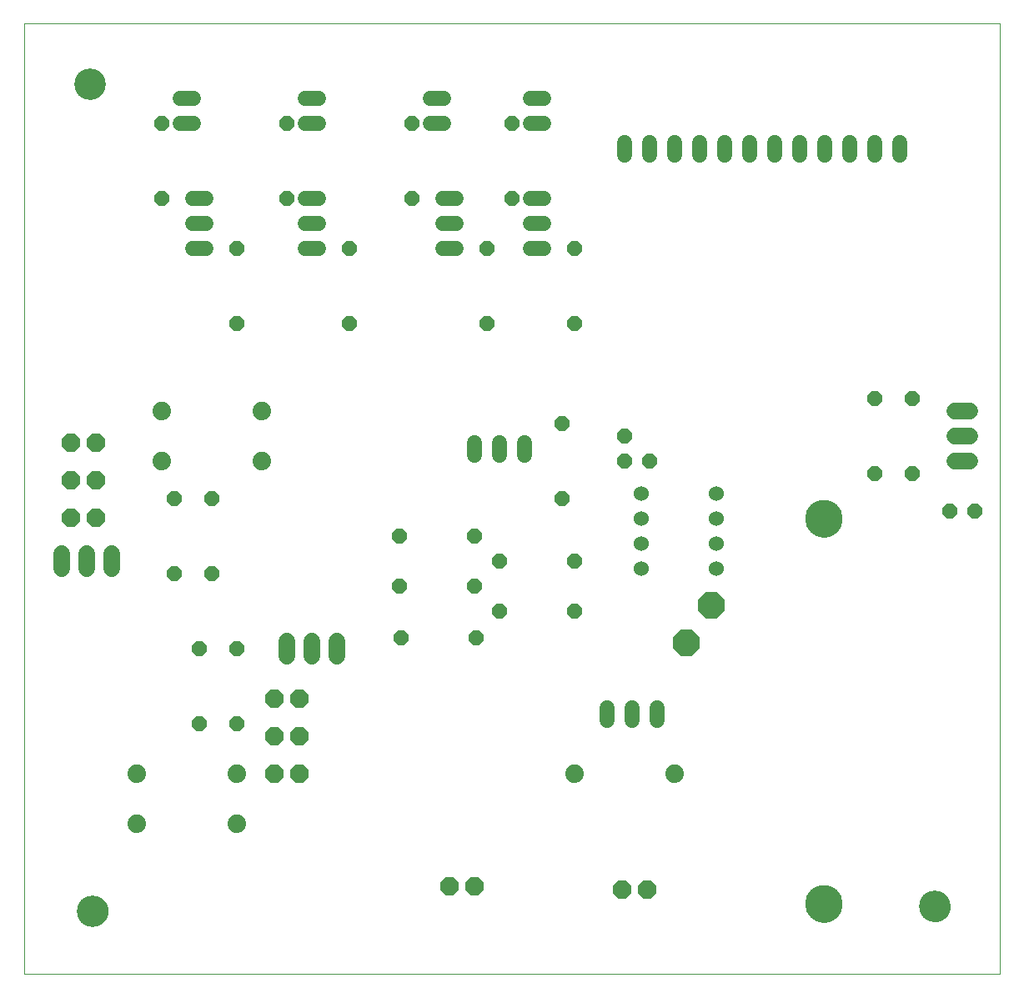
<source format=gbs>
G75*
%MOIN*%
%OFA0B0*%
%FSLAX25Y25*%
%IPPOS*%
%LPD*%
%AMOC8*
5,1,8,0,0,1.08239X$1,22.5*
%
%ADD10C,0.00000*%
%ADD11OC8,0.06000*%
%ADD12OC8,0.07100*%
%ADD13C,0.06000*%
%ADD14C,0.07400*%
%ADD15C,0.06800*%
%ADD16C,0.06000*%
%ADD17C,0.12611*%
%ADD18OC8,0.10800*%
%ADD19C,0.15000*%
D10*
X0001800Y0001800D02*
X0391800Y0001800D01*
X0391800Y0381800D01*
X0001800Y0381800D01*
X0001800Y0001800D01*
X0023294Y0027100D02*
X0023296Y0027253D01*
X0023302Y0027407D01*
X0023312Y0027560D01*
X0023326Y0027712D01*
X0023344Y0027865D01*
X0023366Y0028016D01*
X0023391Y0028167D01*
X0023421Y0028318D01*
X0023455Y0028468D01*
X0023492Y0028616D01*
X0023533Y0028764D01*
X0023578Y0028910D01*
X0023627Y0029056D01*
X0023680Y0029200D01*
X0023736Y0029342D01*
X0023796Y0029483D01*
X0023860Y0029623D01*
X0023927Y0029761D01*
X0023998Y0029897D01*
X0024073Y0030031D01*
X0024150Y0030163D01*
X0024232Y0030293D01*
X0024316Y0030421D01*
X0024404Y0030547D01*
X0024495Y0030670D01*
X0024589Y0030791D01*
X0024687Y0030909D01*
X0024787Y0031025D01*
X0024891Y0031138D01*
X0024997Y0031249D01*
X0025106Y0031357D01*
X0025218Y0031462D01*
X0025332Y0031563D01*
X0025450Y0031662D01*
X0025569Y0031758D01*
X0025691Y0031851D01*
X0025816Y0031940D01*
X0025943Y0032027D01*
X0026072Y0032109D01*
X0026203Y0032189D01*
X0026336Y0032265D01*
X0026471Y0032338D01*
X0026608Y0032407D01*
X0026747Y0032472D01*
X0026887Y0032534D01*
X0027029Y0032592D01*
X0027172Y0032647D01*
X0027317Y0032698D01*
X0027463Y0032745D01*
X0027610Y0032788D01*
X0027758Y0032827D01*
X0027907Y0032863D01*
X0028057Y0032894D01*
X0028208Y0032922D01*
X0028359Y0032946D01*
X0028512Y0032966D01*
X0028664Y0032982D01*
X0028817Y0032994D01*
X0028970Y0033002D01*
X0029123Y0033006D01*
X0029277Y0033006D01*
X0029430Y0033002D01*
X0029583Y0032994D01*
X0029736Y0032982D01*
X0029888Y0032966D01*
X0030041Y0032946D01*
X0030192Y0032922D01*
X0030343Y0032894D01*
X0030493Y0032863D01*
X0030642Y0032827D01*
X0030790Y0032788D01*
X0030937Y0032745D01*
X0031083Y0032698D01*
X0031228Y0032647D01*
X0031371Y0032592D01*
X0031513Y0032534D01*
X0031653Y0032472D01*
X0031792Y0032407D01*
X0031929Y0032338D01*
X0032064Y0032265D01*
X0032197Y0032189D01*
X0032328Y0032109D01*
X0032457Y0032027D01*
X0032584Y0031940D01*
X0032709Y0031851D01*
X0032831Y0031758D01*
X0032950Y0031662D01*
X0033068Y0031563D01*
X0033182Y0031462D01*
X0033294Y0031357D01*
X0033403Y0031249D01*
X0033509Y0031138D01*
X0033613Y0031025D01*
X0033713Y0030909D01*
X0033811Y0030791D01*
X0033905Y0030670D01*
X0033996Y0030547D01*
X0034084Y0030421D01*
X0034168Y0030293D01*
X0034250Y0030163D01*
X0034327Y0030031D01*
X0034402Y0029897D01*
X0034473Y0029761D01*
X0034540Y0029623D01*
X0034604Y0029483D01*
X0034664Y0029342D01*
X0034720Y0029200D01*
X0034773Y0029056D01*
X0034822Y0028910D01*
X0034867Y0028764D01*
X0034908Y0028616D01*
X0034945Y0028468D01*
X0034979Y0028318D01*
X0035009Y0028167D01*
X0035034Y0028016D01*
X0035056Y0027865D01*
X0035074Y0027712D01*
X0035088Y0027560D01*
X0035098Y0027407D01*
X0035104Y0027253D01*
X0035106Y0027100D01*
X0035104Y0026947D01*
X0035098Y0026793D01*
X0035088Y0026640D01*
X0035074Y0026488D01*
X0035056Y0026335D01*
X0035034Y0026184D01*
X0035009Y0026033D01*
X0034979Y0025882D01*
X0034945Y0025732D01*
X0034908Y0025584D01*
X0034867Y0025436D01*
X0034822Y0025290D01*
X0034773Y0025144D01*
X0034720Y0025000D01*
X0034664Y0024858D01*
X0034604Y0024717D01*
X0034540Y0024577D01*
X0034473Y0024439D01*
X0034402Y0024303D01*
X0034327Y0024169D01*
X0034250Y0024037D01*
X0034168Y0023907D01*
X0034084Y0023779D01*
X0033996Y0023653D01*
X0033905Y0023530D01*
X0033811Y0023409D01*
X0033713Y0023291D01*
X0033613Y0023175D01*
X0033509Y0023062D01*
X0033403Y0022951D01*
X0033294Y0022843D01*
X0033182Y0022738D01*
X0033068Y0022637D01*
X0032950Y0022538D01*
X0032831Y0022442D01*
X0032709Y0022349D01*
X0032584Y0022260D01*
X0032457Y0022173D01*
X0032328Y0022091D01*
X0032197Y0022011D01*
X0032064Y0021935D01*
X0031929Y0021862D01*
X0031792Y0021793D01*
X0031653Y0021728D01*
X0031513Y0021666D01*
X0031371Y0021608D01*
X0031228Y0021553D01*
X0031083Y0021502D01*
X0030937Y0021455D01*
X0030790Y0021412D01*
X0030642Y0021373D01*
X0030493Y0021337D01*
X0030343Y0021306D01*
X0030192Y0021278D01*
X0030041Y0021254D01*
X0029888Y0021234D01*
X0029736Y0021218D01*
X0029583Y0021206D01*
X0029430Y0021198D01*
X0029277Y0021194D01*
X0029123Y0021194D01*
X0028970Y0021198D01*
X0028817Y0021206D01*
X0028664Y0021218D01*
X0028512Y0021234D01*
X0028359Y0021254D01*
X0028208Y0021278D01*
X0028057Y0021306D01*
X0027907Y0021337D01*
X0027758Y0021373D01*
X0027610Y0021412D01*
X0027463Y0021455D01*
X0027317Y0021502D01*
X0027172Y0021553D01*
X0027029Y0021608D01*
X0026887Y0021666D01*
X0026747Y0021728D01*
X0026608Y0021793D01*
X0026471Y0021862D01*
X0026336Y0021935D01*
X0026203Y0022011D01*
X0026072Y0022091D01*
X0025943Y0022173D01*
X0025816Y0022260D01*
X0025691Y0022349D01*
X0025569Y0022442D01*
X0025450Y0022538D01*
X0025332Y0022637D01*
X0025218Y0022738D01*
X0025106Y0022843D01*
X0024997Y0022951D01*
X0024891Y0023062D01*
X0024787Y0023175D01*
X0024687Y0023291D01*
X0024589Y0023409D01*
X0024495Y0023530D01*
X0024404Y0023653D01*
X0024316Y0023779D01*
X0024232Y0023907D01*
X0024150Y0024037D01*
X0024073Y0024169D01*
X0023998Y0024303D01*
X0023927Y0024439D01*
X0023860Y0024577D01*
X0023796Y0024717D01*
X0023736Y0024858D01*
X0023680Y0025000D01*
X0023627Y0025144D01*
X0023578Y0025290D01*
X0023533Y0025436D01*
X0023492Y0025584D01*
X0023455Y0025732D01*
X0023421Y0025882D01*
X0023391Y0026033D01*
X0023366Y0026184D01*
X0023344Y0026335D01*
X0023326Y0026488D01*
X0023312Y0026640D01*
X0023302Y0026793D01*
X0023296Y0026947D01*
X0023294Y0027100D01*
X0314200Y0029800D02*
X0314202Y0029974D01*
X0314209Y0030148D01*
X0314219Y0030322D01*
X0314234Y0030496D01*
X0314253Y0030669D01*
X0314277Y0030842D01*
X0314305Y0031014D01*
X0314336Y0031185D01*
X0314373Y0031356D01*
X0314413Y0031525D01*
X0314457Y0031694D01*
X0314506Y0031861D01*
X0314558Y0032027D01*
X0314615Y0032192D01*
X0314676Y0032355D01*
X0314740Y0032517D01*
X0314809Y0032677D01*
X0314882Y0032836D01*
X0314958Y0032992D01*
X0315038Y0033147D01*
X0315122Y0033300D01*
X0315210Y0033450D01*
X0315302Y0033598D01*
X0315397Y0033745D01*
X0315495Y0033888D01*
X0315597Y0034029D01*
X0315703Y0034168D01*
X0315812Y0034304D01*
X0315924Y0034438D01*
X0316039Y0034568D01*
X0316158Y0034696D01*
X0316280Y0034820D01*
X0316404Y0034942D01*
X0316532Y0035061D01*
X0316662Y0035176D01*
X0316796Y0035288D01*
X0316932Y0035397D01*
X0317071Y0035503D01*
X0317212Y0035605D01*
X0317355Y0035703D01*
X0317502Y0035798D01*
X0317650Y0035890D01*
X0317800Y0035978D01*
X0317953Y0036062D01*
X0318108Y0036142D01*
X0318264Y0036218D01*
X0318423Y0036291D01*
X0318583Y0036360D01*
X0318745Y0036424D01*
X0318908Y0036485D01*
X0319073Y0036542D01*
X0319239Y0036594D01*
X0319406Y0036643D01*
X0319575Y0036687D01*
X0319744Y0036727D01*
X0319915Y0036764D01*
X0320086Y0036795D01*
X0320258Y0036823D01*
X0320431Y0036847D01*
X0320604Y0036866D01*
X0320778Y0036881D01*
X0320952Y0036891D01*
X0321126Y0036898D01*
X0321300Y0036900D01*
X0321474Y0036898D01*
X0321648Y0036891D01*
X0321822Y0036881D01*
X0321996Y0036866D01*
X0322169Y0036847D01*
X0322342Y0036823D01*
X0322514Y0036795D01*
X0322685Y0036764D01*
X0322856Y0036727D01*
X0323025Y0036687D01*
X0323194Y0036643D01*
X0323361Y0036594D01*
X0323527Y0036542D01*
X0323692Y0036485D01*
X0323855Y0036424D01*
X0324017Y0036360D01*
X0324177Y0036291D01*
X0324336Y0036218D01*
X0324492Y0036142D01*
X0324647Y0036062D01*
X0324800Y0035978D01*
X0324950Y0035890D01*
X0325098Y0035798D01*
X0325245Y0035703D01*
X0325388Y0035605D01*
X0325529Y0035503D01*
X0325668Y0035397D01*
X0325804Y0035288D01*
X0325938Y0035176D01*
X0326068Y0035061D01*
X0326196Y0034942D01*
X0326320Y0034820D01*
X0326442Y0034696D01*
X0326561Y0034568D01*
X0326676Y0034438D01*
X0326788Y0034304D01*
X0326897Y0034168D01*
X0327003Y0034029D01*
X0327105Y0033888D01*
X0327203Y0033745D01*
X0327298Y0033598D01*
X0327390Y0033450D01*
X0327478Y0033300D01*
X0327562Y0033147D01*
X0327642Y0032992D01*
X0327718Y0032836D01*
X0327791Y0032677D01*
X0327860Y0032517D01*
X0327924Y0032355D01*
X0327985Y0032192D01*
X0328042Y0032027D01*
X0328094Y0031861D01*
X0328143Y0031694D01*
X0328187Y0031525D01*
X0328227Y0031356D01*
X0328264Y0031185D01*
X0328295Y0031014D01*
X0328323Y0030842D01*
X0328347Y0030669D01*
X0328366Y0030496D01*
X0328381Y0030322D01*
X0328391Y0030148D01*
X0328398Y0029974D01*
X0328400Y0029800D01*
X0328398Y0029626D01*
X0328391Y0029452D01*
X0328381Y0029278D01*
X0328366Y0029104D01*
X0328347Y0028931D01*
X0328323Y0028758D01*
X0328295Y0028586D01*
X0328264Y0028415D01*
X0328227Y0028244D01*
X0328187Y0028075D01*
X0328143Y0027906D01*
X0328094Y0027739D01*
X0328042Y0027573D01*
X0327985Y0027408D01*
X0327924Y0027245D01*
X0327860Y0027083D01*
X0327791Y0026923D01*
X0327718Y0026764D01*
X0327642Y0026608D01*
X0327562Y0026453D01*
X0327478Y0026300D01*
X0327390Y0026150D01*
X0327298Y0026002D01*
X0327203Y0025855D01*
X0327105Y0025712D01*
X0327003Y0025571D01*
X0326897Y0025432D01*
X0326788Y0025296D01*
X0326676Y0025162D01*
X0326561Y0025032D01*
X0326442Y0024904D01*
X0326320Y0024780D01*
X0326196Y0024658D01*
X0326068Y0024539D01*
X0325938Y0024424D01*
X0325804Y0024312D01*
X0325668Y0024203D01*
X0325529Y0024097D01*
X0325388Y0023995D01*
X0325245Y0023897D01*
X0325098Y0023802D01*
X0324950Y0023710D01*
X0324800Y0023622D01*
X0324647Y0023538D01*
X0324492Y0023458D01*
X0324336Y0023382D01*
X0324177Y0023309D01*
X0324017Y0023240D01*
X0323855Y0023176D01*
X0323692Y0023115D01*
X0323527Y0023058D01*
X0323361Y0023006D01*
X0323194Y0022957D01*
X0323025Y0022913D01*
X0322856Y0022873D01*
X0322685Y0022836D01*
X0322514Y0022805D01*
X0322342Y0022777D01*
X0322169Y0022753D01*
X0321996Y0022734D01*
X0321822Y0022719D01*
X0321648Y0022709D01*
X0321474Y0022702D01*
X0321300Y0022700D01*
X0321126Y0022702D01*
X0320952Y0022709D01*
X0320778Y0022719D01*
X0320604Y0022734D01*
X0320431Y0022753D01*
X0320258Y0022777D01*
X0320086Y0022805D01*
X0319915Y0022836D01*
X0319744Y0022873D01*
X0319575Y0022913D01*
X0319406Y0022957D01*
X0319239Y0023006D01*
X0319073Y0023058D01*
X0318908Y0023115D01*
X0318745Y0023176D01*
X0318583Y0023240D01*
X0318423Y0023309D01*
X0318264Y0023382D01*
X0318108Y0023458D01*
X0317953Y0023538D01*
X0317800Y0023622D01*
X0317650Y0023710D01*
X0317502Y0023802D01*
X0317355Y0023897D01*
X0317212Y0023995D01*
X0317071Y0024097D01*
X0316932Y0024203D01*
X0316796Y0024312D01*
X0316662Y0024424D01*
X0316532Y0024539D01*
X0316404Y0024658D01*
X0316280Y0024780D01*
X0316158Y0024904D01*
X0316039Y0025032D01*
X0315924Y0025162D01*
X0315812Y0025296D01*
X0315703Y0025432D01*
X0315597Y0025571D01*
X0315495Y0025712D01*
X0315397Y0025855D01*
X0315302Y0026002D01*
X0315210Y0026150D01*
X0315122Y0026300D01*
X0315038Y0026453D01*
X0314958Y0026608D01*
X0314882Y0026764D01*
X0314809Y0026923D01*
X0314740Y0027083D01*
X0314676Y0027245D01*
X0314615Y0027408D01*
X0314558Y0027573D01*
X0314506Y0027739D01*
X0314457Y0027906D01*
X0314413Y0028075D01*
X0314373Y0028244D01*
X0314336Y0028415D01*
X0314305Y0028586D01*
X0314277Y0028758D01*
X0314253Y0028931D01*
X0314234Y0029104D01*
X0314219Y0029278D01*
X0314209Y0029452D01*
X0314202Y0029626D01*
X0314200Y0029800D01*
X0359894Y0028900D02*
X0359896Y0029053D01*
X0359902Y0029207D01*
X0359912Y0029360D01*
X0359926Y0029512D01*
X0359944Y0029665D01*
X0359966Y0029816D01*
X0359991Y0029967D01*
X0360021Y0030118D01*
X0360055Y0030268D01*
X0360092Y0030416D01*
X0360133Y0030564D01*
X0360178Y0030710D01*
X0360227Y0030856D01*
X0360280Y0031000D01*
X0360336Y0031142D01*
X0360396Y0031283D01*
X0360460Y0031423D01*
X0360527Y0031561D01*
X0360598Y0031697D01*
X0360673Y0031831D01*
X0360750Y0031963D01*
X0360832Y0032093D01*
X0360916Y0032221D01*
X0361004Y0032347D01*
X0361095Y0032470D01*
X0361189Y0032591D01*
X0361287Y0032709D01*
X0361387Y0032825D01*
X0361491Y0032938D01*
X0361597Y0033049D01*
X0361706Y0033157D01*
X0361818Y0033262D01*
X0361932Y0033363D01*
X0362050Y0033462D01*
X0362169Y0033558D01*
X0362291Y0033651D01*
X0362416Y0033740D01*
X0362543Y0033827D01*
X0362672Y0033909D01*
X0362803Y0033989D01*
X0362936Y0034065D01*
X0363071Y0034138D01*
X0363208Y0034207D01*
X0363347Y0034272D01*
X0363487Y0034334D01*
X0363629Y0034392D01*
X0363772Y0034447D01*
X0363917Y0034498D01*
X0364063Y0034545D01*
X0364210Y0034588D01*
X0364358Y0034627D01*
X0364507Y0034663D01*
X0364657Y0034694D01*
X0364808Y0034722D01*
X0364959Y0034746D01*
X0365112Y0034766D01*
X0365264Y0034782D01*
X0365417Y0034794D01*
X0365570Y0034802D01*
X0365723Y0034806D01*
X0365877Y0034806D01*
X0366030Y0034802D01*
X0366183Y0034794D01*
X0366336Y0034782D01*
X0366488Y0034766D01*
X0366641Y0034746D01*
X0366792Y0034722D01*
X0366943Y0034694D01*
X0367093Y0034663D01*
X0367242Y0034627D01*
X0367390Y0034588D01*
X0367537Y0034545D01*
X0367683Y0034498D01*
X0367828Y0034447D01*
X0367971Y0034392D01*
X0368113Y0034334D01*
X0368253Y0034272D01*
X0368392Y0034207D01*
X0368529Y0034138D01*
X0368664Y0034065D01*
X0368797Y0033989D01*
X0368928Y0033909D01*
X0369057Y0033827D01*
X0369184Y0033740D01*
X0369309Y0033651D01*
X0369431Y0033558D01*
X0369550Y0033462D01*
X0369668Y0033363D01*
X0369782Y0033262D01*
X0369894Y0033157D01*
X0370003Y0033049D01*
X0370109Y0032938D01*
X0370213Y0032825D01*
X0370313Y0032709D01*
X0370411Y0032591D01*
X0370505Y0032470D01*
X0370596Y0032347D01*
X0370684Y0032221D01*
X0370768Y0032093D01*
X0370850Y0031963D01*
X0370927Y0031831D01*
X0371002Y0031697D01*
X0371073Y0031561D01*
X0371140Y0031423D01*
X0371204Y0031283D01*
X0371264Y0031142D01*
X0371320Y0031000D01*
X0371373Y0030856D01*
X0371422Y0030710D01*
X0371467Y0030564D01*
X0371508Y0030416D01*
X0371545Y0030268D01*
X0371579Y0030118D01*
X0371609Y0029967D01*
X0371634Y0029816D01*
X0371656Y0029665D01*
X0371674Y0029512D01*
X0371688Y0029360D01*
X0371698Y0029207D01*
X0371704Y0029053D01*
X0371706Y0028900D01*
X0371704Y0028747D01*
X0371698Y0028593D01*
X0371688Y0028440D01*
X0371674Y0028288D01*
X0371656Y0028135D01*
X0371634Y0027984D01*
X0371609Y0027833D01*
X0371579Y0027682D01*
X0371545Y0027532D01*
X0371508Y0027384D01*
X0371467Y0027236D01*
X0371422Y0027090D01*
X0371373Y0026944D01*
X0371320Y0026800D01*
X0371264Y0026658D01*
X0371204Y0026517D01*
X0371140Y0026377D01*
X0371073Y0026239D01*
X0371002Y0026103D01*
X0370927Y0025969D01*
X0370850Y0025837D01*
X0370768Y0025707D01*
X0370684Y0025579D01*
X0370596Y0025453D01*
X0370505Y0025330D01*
X0370411Y0025209D01*
X0370313Y0025091D01*
X0370213Y0024975D01*
X0370109Y0024862D01*
X0370003Y0024751D01*
X0369894Y0024643D01*
X0369782Y0024538D01*
X0369668Y0024437D01*
X0369550Y0024338D01*
X0369431Y0024242D01*
X0369309Y0024149D01*
X0369184Y0024060D01*
X0369057Y0023973D01*
X0368928Y0023891D01*
X0368797Y0023811D01*
X0368664Y0023735D01*
X0368529Y0023662D01*
X0368392Y0023593D01*
X0368253Y0023528D01*
X0368113Y0023466D01*
X0367971Y0023408D01*
X0367828Y0023353D01*
X0367683Y0023302D01*
X0367537Y0023255D01*
X0367390Y0023212D01*
X0367242Y0023173D01*
X0367093Y0023137D01*
X0366943Y0023106D01*
X0366792Y0023078D01*
X0366641Y0023054D01*
X0366488Y0023034D01*
X0366336Y0023018D01*
X0366183Y0023006D01*
X0366030Y0022998D01*
X0365877Y0022994D01*
X0365723Y0022994D01*
X0365570Y0022998D01*
X0365417Y0023006D01*
X0365264Y0023018D01*
X0365112Y0023034D01*
X0364959Y0023054D01*
X0364808Y0023078D01*
X0364657Y0023106D01*
X0364507Y0023137D01*
X0364358Y0023173D01*
X0364210Y0023212D01*
X0364063Y0023255D01*
X0363917Y0023302D01*
X0363772Y0023353D01*
X0363629Y0023408D01*
X0363487Y0023466D01*
X0363347Y0023528D01*
X0363208Y0023593D01*
X0363071Y0023662D01*
X0362936Y0023735D01*
X0362803Y0023811D01*
X0362672Y0023891D01*
X0362543Y0023973D01*
X0362416Y0024060D01*
X0362291Y0024149D01*
X0362169Y0024242D01*
X0362050Y0024338D01*
X0361932Y0024437D01*
X0361818Y0024538D01*
X0361706Y0024643D01*
X0361597Y0024751D01*
X0361491Y0024862D01*
X0361387Y0024975D01*
X0361287Y0025091D01*
X0361189Y0025209D01*
X0361095Y0025330D01*
X0361004Y0025453D01*
X0360916Y0025579D01*
X0360832Y0025707D01*
X0360750Y0025837D01*
X0360673Y0025969D01*
X0360598Y0026103D01*
X0360527Y0026239D01*
X0360460Y0026377D01*
X0360396Y0026517D01*
X0360336Y0026658D01*
X0360280Y0026800D01*
X0360227Y0026944D01*
X0360178Y0027090D01*
X0360133Y0027236D01*
X0360092Y0027384D01*
X0360055Y0027532D01*
X0360021Y0027682D01*
X0359991Y0027833D01*
X0359966Y0027984D01*
X0359944Y0028135D01*
X0359926Y0028288D01*
X0359912Y0028440D01*
X0359902Y0028593D01*
X0359896Y0028747D01*
X0359894Y0028900D01*
X0314200Y0183800D02*
X0314202Y0183974D01*
X0314209Y0184148D01*
X0314219Y0184322D01*
X0314234Y0184496D01*
X0314253Y0184669D01*
X0314277Y0184842D01*
X0314305Y0185014D01*
X0314336Y0185185D01*
X0314373Y0185356D01*
X0314413Y0185525D01*
X0314457Y0185694D01*
X0314506Y0185861D01*
X0314558Y0186027D01*
X0314615Y0186192D01*
X0314676Y0186355D01*
X0314740Y0186517D01*
X0314809Y0186677D01*
X0314882Y0186836D01*
X0314958Y0186992D01*
X0315038Y0187147D01*
X0315122Y0187300D01*
X0315210Y0187450D01*
X0315302Y0187598D01*
X0315397Y0187745D01*
X0315495Y0187888D01*
X0315597Y0188029D01*
X0315703Y0188168D01*
X0315812Y0188304D01*
X0315924Y0188438D01*
X0316039Y0188568D01*
X0316158Y0188696D01*
X0316280Y0188820D01*
X0316404Y0188942D01*
X0316532Y0189061D01*
X0316662Y0189176D01*
X0316796Y0189288D01*
X0316932Y0189397D01*
X0317071Y0189503D01*
X0317212Y0189605D01*
X0317355Y0189703D01*
X0317502Y0189798D01*
X0317650Y0189890D01*
X0317800Y0189978D01*
X0317953Y0190062D01*
X0318108Y0190142D01*
X0318264Y0190218D01*
X0318423Y0190291D01*
X0318583Y0190360D01*
X0318745Y0190424D01*
X0318908Y0190485D01*
X0319073Y0190542D01*
X0319239Y0190594D01*
X0319406Y0190643D01*
X0319575Y0190687D01*
X0319744Y0190727D01*
X0319915Y0190764D01*
X0320086Y0190795D01*
X0320258Y0190823D01*
X0320431Y0190847D01*
X0320604Y0190866D01*
X0320778Y0190881D01*
X0320952Y0190891D01*
X0321126Y0190898D01*
X0321300Y0190900D01*
X0321474Y0190898D01*
X0321648Y0190891D01*
X0321822Y0190881D01*
X0321996Y0190866D01*
X0322169Y0190847D01*
X0322342Y0190823D01*
X0322514Y0190795D01*
X0322685Y0190764D01*
X0322856Y0190727D01*
X0323025Y0190687D01*
X0323194Y0190643D01*
X0323361Y0190594D01*
X0323527Y0190542D01*
X0323692Y0190485D01*
X0323855Y0190424D01*
X0324017Y0190360D01*
X0324177Y0190291D01*
X0324336Y0190218D01*
X0324492Y0190142D01*
X0324647Y0190062D01*
X0324800Y0189978D01*
X0324950Y0189890D01*
X0325098Y0189798D01*
X0325245Y0189703D01*
X0325388Y0189605D01*
X0325529Y0189503D01*
X0325668Y0189397D01*
X0325804Y0189288D01*
X0325938Y0189176D01*
X0326068Y0189061D01*
X0326196Y0188942D01*
X0326320Y0188820D01*
X0326442Y0188696D01*
X0326561Y0188568D01*
X0326676Y0188438D01*
X0326788Y0188304D01*
X0326897Y0188168D01*
X0327003Y0188029D01*
X0327105Y0187888D01*
X0327203Y0187745D01*
X0327298Y0187598D01*
X0327390Y0187450D01*
X0327478Y0187300D01*
X0327562Y0187147D01*
X0327642Y0186992D01*
X0327718Y0186836D01*
X0327791Y0186677D01*
X0327860Y0186517D01*
X0327924Y0186355D01*
X0327985Y0186192D01*
X0328042Y0186027D01*
X0328094Y0185861D01*
X0328143Y0185694D01*
X0328187Y0185525D01*
X0328227Y0185356D01*
X0328264Y0185185D01*
X0328295Y0185014D01*
X0328323Y0184842D01*
X0328347Y0184669D01*
X0328366Y0184496D01*
X0328381Y0184322D01*
X0328391Y0184148D01*
X0328398Y0183974D01*
X0328400Y0183800D01*
X0328398Y0183626D01*
X0328391Y0183452D01*
X0328381Y0183278D01*
X0328366Y0183104D01*
X0328347Y0182931D01*
X0328323Y0182758D01*
X0328295Y0182586D01*
X0328264Y0182415D01*
X0328227Y0182244D01*
X0328187Y0182075D01*
X0328143Y0181906D01*
X0328094Y0181739D01*
X0328042Y0181573D01*
X0327985Y0181408D01*
X0327924Y0181245D01*
X0327860Y0181083D01*
X0327791Y0180923D01*
X0327718Y0180764D01*
X0327642Y0180608D01*
X0327562Y0180453D01*
X0327478Y0180300D01*
X0327390Y0180150D01*
X0327298Y0180002D01*
X0327203Y0179855D01*
X0327105Y0179712D01*
X0327003Y0179571D01*
X0326897Y0179432D01*
X0326788Y0179296D01*
X0326676Y0179162D01*
X0326561Y0179032D01*
X0326442Y0178904D01*
X0326320Y0178780D01*
X0326196Y0178658D01*
X0326068Y0178539D01*
X0325938Y0178424D01*
X0325804Y0178312D01*
X0325668Y0178203D01*
X0325529Y0178097D01*
X0325388Y0177995D01*
X0325245Y0177897D01*
X0325098Y0177802D01*
X0324950Y0177710D01*
X0324800Y0177622D01*
X0324647Y0177538D01*
X0324492Y0177458D01*
X0324336Y0177382D01*
X0324177Y0177309D01*
X0324017Y0177240D01*
X0323855Y0177176D01*
X0323692Y0177115D01*
X0323527Y0177058D01*
X0323361Y0177006D01*
X0323194Y0176957D01*
X0323025Y0176913D01*
X0322856Y0176873D01*
X0322685Y0176836D01*
X0322514Y0176805D01*
X0322342Y0176777D01*
X0322169Y0176753D01*
X0321996Y0176734D01*
X0321822Y0176719D01*
X0321648Y0176709D01*
X0321474Y0176702D01*
X0321300Y0176700D01*
X0321126Y0176702D01*
X0320952Y0176709D01*
X0320778Y0176719D01*
X0320604Y0176734D01*
X0320431Y0176753D01*
X0320258Y0176777D01*
X0320086Y0176805D01*
X0319915Y0176836D01*
X0319744Y0176873D01*
X0319575Y0176913D01*
X0319406Y0176957D01*
X0319239Y0177006D01*
X0319073Y0177058D01*
X0318908Y0177115D01*
X0318745Y0177176D01*
X0318583Y0177240D01*
X0318423Y0177309D01*
X0318264Y0177382D01*
X0318108Y0177458D01*
X0317953Y0177538D01*
X0317800Y0177622D01*
X0317650Y0177710D01*
X0317502Y0177802D01*
X0317355Y0177897D01*
X0317212Y0177995D01*
X0317071Y0178097D01*
X0316932Y0178203D01*
X0316796Y0178312D01*
X0316662Y0178424D01*
X0316532Y0178539D01*
X0316404Y0178658D01*
X0316280Y0178780D01*
X0316158Y0178904D01*
X0316039Y0179032D01*
X0315924Y0179162D01*
X0315812Y0179296D01*
X0315703Y0179432D01*
X0315597Y0179571D01*
X0315495Y0179712D01*
X0315397Y0179855D01*
X0315302Y0180002D01*
X0315210Y0180150D01*
X0315122Y0180300D01*
X0315038Y0180453D01*
X0314958Y0180608D01*
X0314882Y0180764D01*
X0314809Y0180923D01*
X0314740Y0181083D01*
X0314676Y0181245D01*
X0314615Y0181408D01*
X0314558Y0181573D01*
X0314506Y0181739D01*
X0314457Y0181906D01*
X0314413Y0182075D01*
X0314373Y0182244D01*
X0314336Y0182415D01*
X0314305Y0182586D01*
X0314277Y0182758D01*
X0314253Y0182931D01*
X0314234Y0183104D01*
X0314219Y0183278D01*
X0314209Y0183452D01*
X0314202Y0183626D01*
X0314200Y0183800D01*
X0022094Y0357650D02*
X0022096Y0357803D01*
X0022102Y0357957D01*
X0022112Y0358110D01*
X0022126Y0358262D01*
X0022144Y0358415D01*
X0022166Y0358566D01*
X0022191Y0358717D01*
X0022221Y0358868D01*
X0022255Y0359018D01*
X0022292Y0359166D01*
X0022333Y0359314D01*
X0022378Y0359460D01*
X0022427Y0359606D01*
X0022480Y0359750D01*
X0022536Y0359892D01*
X0022596Y0360033D01*
X0022660Y0360173D01*
X0022727Y0360311D01*
X0022798Y0360447D01*
X0022873Y0360581D01*
X0022950Y0360713D01*
X0023032Y0360843D01*
X0023116Y0360971D01*
X0023204Y0361097D01*
X0023295Y0361220D01*
X0023389Y0361341D01*
X0023487Y0361459D01*
X0023587Y0361575D01*
X0023691Y0361688D01*
X0023797Y0361799D01*
X0023906Y0361907D01*
X0024018Y0362012D01*
X0024132Y0362113D01*
X0024250Y0362212D01*
X0024369Y0362308D01*
X0024491Y0362401D01*
X0024616Y0362490D01*
X0024743Y0362577D01*
X0024872Y0362659D01*
X0025003Y0362739D01*
X0025136Y0362815D01*
X0025271Y0362888D01*
X0025408Y0362957D01*
X0025547Y0363022D01*
X0025687Y0363084D01*
X0025829Y0363142D01*
X0025972Y0363197D01*
X0026117Y0363248D01*
X0026263Y0363295D01*
X0026410Y0363338D01*
X0026558Y0363377D01*
X0026707Y0363413D01*
X0026857Y0363444D01*
X0027008Y0363472D01*
X0027159Y0363496D01*
X0027312Y0363516D01*
X0027464Y0363532D01*
X0027617Y0363544D01*
X0027770Y0363552D01*
X0027923Y0363556D01*
X0028077Y0363556D01*
X0028230Y0363552D01*
X0028383Y0363544D01*
X0028536Y0363532D01*
X0028688Y0363516D01*
X0028841Y0363496D01*
X0028992Y0363472D01*
X0029143Y0363444D01*
X0029293Y0363413D01*
X0029442Y0363377D01*
X0029590Y0363338D01*
X0029737Y0363295D01*
X0029883Y0363248D01*
X0030028Y0363197D01*
X0030171Y0363142D01*
X0030313Y0363084D01*
X0030453Y0363022D01*
X0030592Y0362957D01*
X0030729Y0362888D01*
X0030864Y0362815D01*
X0030997Y0362739D01*
X0031128Y0362659D01*
X0031257Y0362577D01*
X0031384Y0362490D01*
X0031509Y0362401D01*
X0031631Y0362308D01*
X0031750Y0362212D01*
X0031868Y0362113D01*
X0031982Y0362012D01*
X0032094Y0361907D01*
X0032203Y0361799D01*
X0032309Y0361688D01*
X0032413Y0361575D01*
X0032513Y0361459D01*
X0032611Y0361341D01*
X0032705Y0361220D01*
X0032796Y0361097D01*
X0032884Y0360971D01*
X0032968Y0360843D01*
X0033050Y0360713D01*
X0033127Y0360581D01*
X0033202Y0360447D01*
X0033273Y0360311D01*
X0033340Y0360173D01*
X0033404Y0360033D01*
X0033464Y0359892D01*
X0033520Y0359750D01*
X0033573Y0359606D01*
X0033622Y0359460D01*
X0033667Y0359314D01*
X0033708Y0359166D01*
X0033745Y0359018D01*
X0033779Y0358868D01*
X0033809Y0358717D01*
X0033834Y0358566D01*
X0033856Y0358415D01*
X0033874Y0358262D01*
X0033888Y0358110D01*
X0033898Y0357957D01*
X0033904Y0357803D01*
X0033906Y0357650D01*
X0033904Y0357497D01*
X0033898Y0357343D01*
X0033888Y0357190D01*
X0033874Y0357038D01*
X0033856Y0356885D01*
X0033834Y0356734D01*
X0033809Y0356583D01*
X0033779Y0356432D01*
X0033745Y0356282D01*
X0033708Y0356134D01*
X0033667Y0355986D01*
X0033622Y0355840D01*
X0033573Y0355694D01*
X0033520Y0355550D01*
X0033464Y0355408D01*
X0033404Y0355267D01*
X0033340Y0355127D01*
X0033273Y0354989D01*
X0033202Y0354853D01*
X0033127Y0354719D01*
X0033050Y0354587D01*
X0032968Y0354457D01*
X0032884Y0354329D01*
X0032796Y0354203D01*
X0032705Y0354080D01*
X0032611Y0353959D01*
X0032513Y0353841D01*
X0032413Y0353725D01*
X0032309Y0353612D01*
X0032203Y0353501D01*
X0032094Y0353393D01*
X0031982Y0353288D01*
X0031868Y0353187D01*
X0031750Y0353088D01*
X0031631Y0352992D01*
X0031509Y0352899D01*
X0031384Y0352810D01*
X0031257Y0352723D01*
X0031128Y0352641D01*
X0030997Y0352561D01*
X0030864Y0352485D01*
X0030729Y0352412D01*
X0030592Y0352343D01*
X0030453Y0352278D01*
X0030313Y0352216D01*
X0030171Y0352158D01*
X0030028Y0352103D01*
X0029883Y0352052D01*
X0029737Y0352005D01*
X0029590Y0351962D01*
X0029442Y0351923D01*
X0029293Y0351887D01*
X0029143Y0351856D01*
X0028992Y0351828D01*
X0028841Y0351804D01*
X0028688Y0351784D01*
X0028536Y0351768D01*
X0028383Y0351756D01*
X0028230Y0351748D01*
X0028077Y0351744D01*
X0027923Y0351744D01*
X0027770Y0351748D01*
X0027617Y0351756D01*
X0027464Y0351768D01*
X0027312Y0351784D01*
X0027159Y0351804D01*
X0027008Y0351828D01*
X0026857Y0351856D01*
X0026707Y0351887D01*
X0026558Y0351923D01*
X0026410Y0351962D01*
X0026263Y0352005D01*
X0026117Y0352052D01*
X0025972Y0352103D01*
X0025829Y0352158D01*
X0025687Y0352216D01*
X0025547Y0352278D01*
X0025408Y0352343D01*
X0025271Y0352412D01*
X0025136Y0352485D01*
X0025003Y0352561D01*
X0024872Y0352641D01*
X0024743Y0352723D01*
X0024616Y0352810D01*
X0024491Y0352899D01*
X0024369Y0352992D01*
X0024250Y0353088D01*
X0024132Y0353187D01*
X0024018Y0353288D01*
X0023906Y0353393D01*
X0023797Y0353501D01*
X0023691Y0353612D01*
X0023587Y0353725D01*
X0023487Y0353841D01*
X0023389Y0353959D01*
X0023295Y0354080D01*
X0023204Y0354203D01*
X0023116Y0354329D01*
X0023032Y0354457D01*
X0022950Y0354587D01*
X0022873Y0354719D01*
X0022798Y0354853D01*
X0022727Y0354989D01*
X0022660Y0355127D01*
X0022596Y0355267D01*
X0022536Y0355408D01*
X0022480Y0355550D01*
X0022427Y0355694D01*
X0022378Y0355840D01*
X0022333Y0355986D01*
X0022292Y0356134D01*
X0022255Y0356282D01*
X0022221Y0356432D01*
X0022191Y0356583D01*
X0022166Y0356734D01*
X0022144Y0356885D01*
X0022126Y0357038D01*
X0022112Y0357190D01*
X0022102Y0357343D01*
X0022096Y0357497D01*
X0022094Y0357650D01*
D11*
X0056800Y0341800D03*
X0056800Y0311800D03*
X0086800Y0291800D03*
X0106800Y0311800D03*
X0131800Y0291800D03*
X0156800Y0311800D03*
X0156800Y0341800D03*
X0196800Y0341800D03*
X0196800Y0311800D03*
X0186800Y0291800D03*
X0186800Y0261800D03*
X0221800Y0261800D03*
X0221800Y0291800D03*
X0216800Y0221800D03*
X0241800Y0216800D03*
X0241800Y0206800D03*
X0251800Y0206800D03*
X0216800Y0191800D03*
X0221800Y0166800D03*
X0221800Y0146800D03*
X0191800Y0146800D03*
X0181800Y0156800D03*
X0191800Y0166800D03*
X0181800Y0176800D03*
X0151800Y0176800D03*
X0151800Y0156800D03*
X0152300Y0136300D03*
X0182300Y0136300D03*
X0086800Y0131800D03*
X0071800Y0131800D03*
X0071800Y0101800D03*
X0086800Y0101800D03*
X0076800Y0161800D03*
X0061800Y0161800D03*
X0061800Y0191800D03*
X0076800Y0191800D03*
X0086800Y0261800D03*
X0131800Y0261800D03*
X0106800Y0341800D03*
X0341800Y0231800D03*
X0356800Y0231800D03*
X0356800Y0201800D03*
X0341800Y0201800D03*
X0371800Y0186800D03*
X0381800Y0186800D03*
D12*
X0250550Y0035550D03*
X0240550Y0035550D03*
X0181800Y0036800D03*
X0171800Y0036800D03*
X0111800Y0081800D03*
X0101800Y0081800D03*
X0101800Y0096800D03*
X0111800Y0096800D03*
X0111800Y0111800D03*
X0101800Y0111800D03*
X0030300Y0184300D03*
X0020300Y0184300D03*
X0020300Y0199300D03*
X0030300Y0199300D03*
X0030300Y0214300D03*
X0020300Y0214300D03*
D13*
X0069200Y0291800D02*
X0074400Y0291800D01*
X0074400Y0301800D02*
X0069200Y0301800D01*
X0069200Y0311800D02*
X0074400Y0311800D01*
X0069400Y0341800D02*
X0064200Y0341800D01*
X0064200Y0351800D02*
X0069400Y0351800D01*
X0114200Y0351800D02*
X0119400Y0351800D01*
X0119400Y0341800D02*
X0114200Y0341800D01*
X0114200Y0311800D02*
X0119400Y0311800D01*
X0119400Y0301800D02*
X0114200Y0301800D01*
X0114200Y0291800D02*
X0119400Y0291800D01*
X0169200Y0291800D02*
X0174400Y0291800D01*
X0174400Y0301800D02*
X0169200Y0301800D01*
X0169200Y0311800D02*
X0174400Y0311800D01*
X0204200Y0311800D02*
X0209400Y0311800D01*
X0209400Y0301800D02*
X0204200Y0301800D01*
X0204200Y0291800D02*
X0209400Y0291800D01*
X0241600Y0329200D02*
X0241600Y0334400D01*
X0251600Y0334400D02*
X0251600Y0329200D01*
X0261600Y0329200D02*
X0261600Y0334400D01*
X0271600Y0334400D02*
X0271600Y0329200D01*
X0281600Y0329200D02*
X0281600Y0334400D01*
X0291600Y0334400D02*
X0291600Y0329200D01*
X0301600Y0329200D02*
X0301600Y0334400D01*
X0311600Y0334400D02*
X0311600Y0329200D01*
X0321600Y0329200D02*
X0321600Y0334400D01*
X0331600Y0334400D02*
X0331600Y0329200D01*
X0341600Y0329200D02*
X0341600Y0334400D01*
X0351600Y0334400D02*
X0351600Y0329200D01*
X0209400Y0341800D02*
X0204200Y0341800D01*
X0204200Y0351800D02*
X0209400Y0351800D01*
X0169400Y0351800D02*
X0164200Y0351800D01*
X0164200Y0341800D02*
X0169400Y0341800D01*
X0181800Y0214400D02*
X0181800Y0209200D01*
X0191800Y0209200D02*
X0191800Y0214400D01*
X0201800Y0214400D02*
X0201800Y0209200D01*
X0234800Y0108400D02*
X0234800Y0103200D01*
X0244800Y0103200D02*
X0244800Y0108400D01*
X0254800Y0108400D02*
X0254800Y0103200D01*
D14*
X0261800Y0081800D03*
X0221800Y0081800D03*
X0096800Y0206800D03*
X0096800Y0226800D03*
X0056800Y0226800D03*
X0056800Y0206800D03*
X0046800Y0081800D03*
X0046800Y0061800D03*
X0086800Y0061800D03*
X0086800Y0081800D03*
D15*
X0106800Y0128800D02*
X0106800Y0134800D01*
X0116800Y0134800D02*
X0116800Y0128800D01*
X0126800Y0128800D02*
X0126800Y0134800D01*
X0036800Y0163800D02*
X0036800Y0169800D01*
X0026800Y0169800D02*
X0026800Y0163800D01*
X0016800Y0163800D02*
X0016800Y0169800D01*
X0373800Y0206800D02*
X0379800Y0206800D01*
X0379800Y0216800D02*
X0373800Y0216800D01*
X0373800Y0226800D02*
X0379800Y0226800D01*
D16*
X0278400Y0193800D03*
X0278400Y0183800D03*
X0278400Y0173800D03*
X0278400Y0163800D03*
X0248400Y0163800D03*
X0248400Y0173800D03*
X0248400Y0183800D03*
X0248400Y0193800D03*
D17*
X0365800Y0028900D03*
X0029200Y0027100D03*
X0028000Y0357650D03*
D18*
X0266300Y0134200D03*
X0276300Y0149400D03*
D19*
X0321300Y0183800D03*
X0321300Y0029800D03*
M02*

</source>
